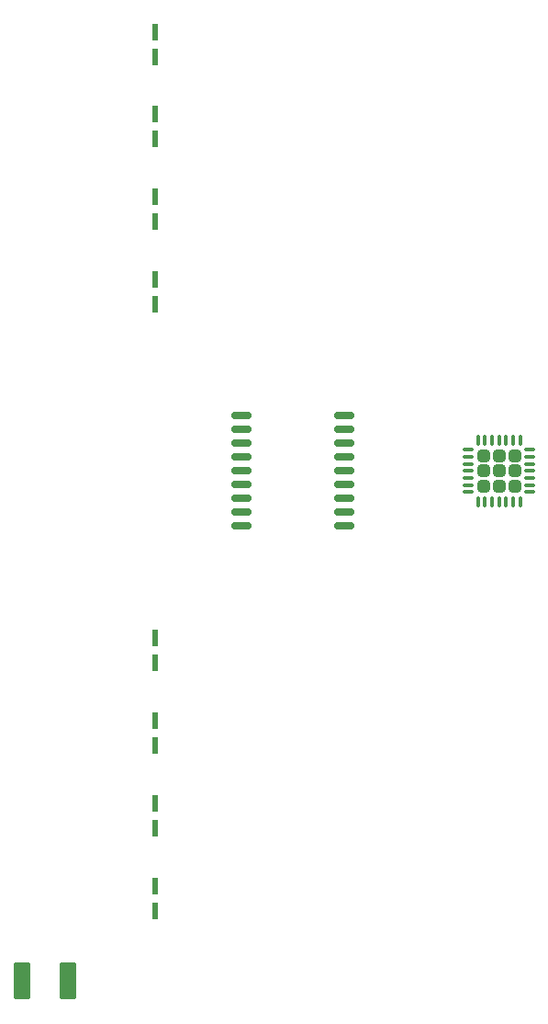
<source format=gbr>
%TF.GenerationSoftware,KiCad,Pcbnew,8.0.4-8.0.4-0~ubuntu22.04.1*%
%TF.CreationDate,2024-08-10T22:22:13+03:00*%
%TF.ProjectId,PM-RQ8,504d2d52-5138-42e6-9b69-6361645f7063,rev?*%
%TF.SameCoordinates,Original*%
%TF.FileFunction,Paste,Top*%
%TF.FilePolarity,Positive*%
%FSLAX46Y46*%
G04 Gerber Fmt 4.6, Leading zero omitted, Abs format (unit mm)*
G04 Created by KiCad (PCBNEW 8.0.4-8.0.4-0~ubuntu22.04.1) date 2024-08-10 22:22:13*
%MOMM*%
%LPD*%
G01*
G04 APERTURE LIST*
G04 Aperture macros list*
%AMRoundRect*
0 Rectangle with rounded corners*
0 $1 Rounding radius*
0 $2 $3 $4 $5 $6 $7 $8 $9 X,Y pos of 4 corners*
0 Add a 4 corners polygon primitive as box body*
4,1,4,$2,$3,$4,$5,$6,$7,$8,$9,$2,$3,0*
0 Add four circle primitives for the rounded corners*
1,1,$1+$1,$2,$3*
1,1,$1+$1,$4,$5*
1,1,$1+$1,$6,$7*
1,1,$1+$1,$8,$9*
0 Add four rect primitives between the rounded corners*
20,1,$1+$1,$2,$3,$4,$5,0*
20,1,$1+$1,$4,$5,$6,$7,0*
20,1,$1+$1,$6,$7,$8,$9,0*
20,1,$1+$1,$8,$9,$2,$3,0*%
G04 Aperture macros list end*
%ADD10R,0.533400X1.524000*%
%ADD11RoundRect,0.250000X0.320000X0.320000X-0.320000X0.320000X-0.320000X-0.320000X0.320000X-0.320000X0*%
%ADD12RoundRect,0.075000X0.437500X0.075000X-0.437500X0.075000X-0.437500X-0.075000X0.437500X-0.075000X0*%
%ADD13RoundRect,0.075000X0.075000X0.437500X-0.075000X0.437500X-0.075000X-0.437500X0.075000X-0.437500X0*%
%ADD14RoundRect,0.150000X0.800000X0.150000X-0.800000X0.150000X-0.800000X-0.150000X0.800000X-0.150000X0*%
%ADD15RoundRect,0.250000X-0.537500X-1.450000X0.537500X-1.450000X0.537500X1.450000X-0.537500X1.450000X0*%
G04 APERTURE END LIST*
D10*
%TO.C,D4*%
X48260000Y-31877000D03*
X48260000Y-34163000D03*
%TD*%
D11*
%TO.C,U6*%
X81430000Y-50950000D03*
X81430000Y-49530000D03*
X81430000Y-48110000D03*
X80010000Y-50950000D03*
X80010000Y-49530000D03*
X80010000Y-48110000D03*
X78590000Y-50950000D03*
X78590000Y-49530000D03*
X78590000Y-48110000D03*
D12*
X82847500Y-51480000D03*
X82847500Y-50830000D03*
X82847500Y-50180000D03*
X82847500Y-49530000D03*
X82847500Y-48880000D03*
X82847500Y-48230000D03*
X82847500Y-47580000D03*
D13*
X81960000Y-46692500D03*
X81310000Y-46692500D03*
X80660000Y-46692500D03*
X80010000Y-46692500D03*
X79360000Y-46692500D03*
X78710000Y-46692500D03*
X78060000Y-46692500D03*
D12*
X77172500Y-47580000D03*
X77172500Y-48230000D03*
X77172500Y-48880000D03*
X77172500Y-49530000D03*
X77172500Y-50180000D03*
X77172500Y-50830000D03*
X77172500Y-51480000D03*
D13*
X78060000Y-52367500D03*
X78710000Y-52367500D03*
X79360000Y-52367500D03*
X80010000Y-52367500D03*
X80660000Y-52367500D03*
X81310000Y-52367500D03*
X81960000Y-52367500D03*
%TD*%
D14*
%TO.C,U1*%
X65685000Y-54610000D03*
X65685000Y-53340000D03*
X65685000Y-52070000D03*
X65685000Y-50800000D03*
X65685000Y-49530000D03*
X65685000Y-48260000D03*
X65685000Y-46990000D03*
X65685000Y-45720000D03*
X65685000Y-44450000D03*
X56235000Y-44450000D03*
X56235000Y-45720000D03*
X56235000Y-46990000D03*
X56235000Y-48260000D03*
X56235000Y-49530000D03*
X56235000Y-50800000D03*
X56235000Y-52070000D03*
X56235000Y-53340000D03*
X56235000Y-54610000D03*
%TD*%
D10*
%TO.C,D8*%
X48260000Y-87757000D03*
X48260000Y-90043000D03*
%TD*%
%TO.C,D1*%
X48260000Y-9144000D03*
X48260000Y-11430000D03*
%TD*%
%TO.C,D5*%
X48260000Y-64897000D03*
X48260000Y-67183000D03*
%TD*%
%TO.C,D3*%
X48260000Y-24257000D03*
X48260000Y-26543000D03*
%TD*%
D15*
%TO.C,C1*%
X35962500Y-96520000D03*
X40237500Y-96520000D03*
%TD*%
D10*
%TO.C,D7*%
X48260000Y-80137000D03*
X48260000Y-82423000D03*
%TD*%
%TO.C,D6*%
X48260000Y-72517000D03*
X48260000Y-74803000D03*
%TD*%
%TO.C,D2*%
X48260000Y-16637000D03*
X48260000Y-18923000D03*
%TD*%
M02*

</source>
